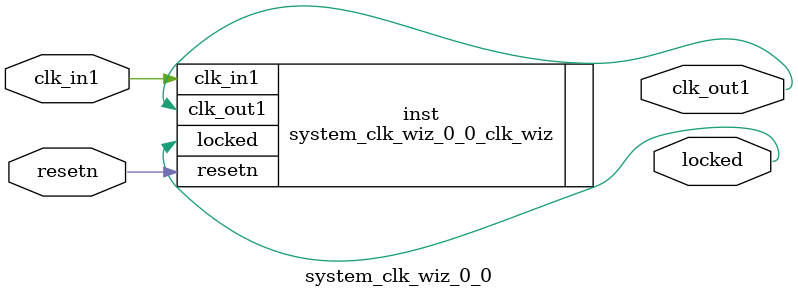
<source format=v>


`timescale 1ps/1ps

(* CORE_GENERATION_INFO = "system_clk_wiz_0_0,clk_wiz_v5_4_0_0,{component_name=system_clk_wiz_0_0,use_phase_alignment=true,use_min_o_jitter=false,use_max_i_jitter=false,use_dyn_phase_shift=false,use_inclk_switchover=false,use_dyn_reconfig=false,enable_axi=0,feedback_source=FDBK_AUTO,PRIMITIVE=MMCM,num_out_clk=1,clkin1_period=83.333,clkin2_period=10.0,use_power_down=false,use_reset=true,use_locked=true,use_inclk_stopped=false,feedback_type=SINGLE,CLOCK_MGR_TYPE=NA,manual_override=false}" *)

module system_clk_wiz_0_0 
 (
  // Clock out ports
  output        clk_out1,
  // Status and control signals
  input         resetn,
  output        locked,
 // Clock in ports
  input         clk_in1
 );

  system_clk_wiz_0_0_clk_wiz inst
  (
  // Clock out ports  
  .clk_out1(clk_out1),
  // Status and control signals               
  .resetn(resetn), 
  .locked(locked),
 // Clock in ports
  .clk_in1(clk_in1)
  );

endmodule

</source>
